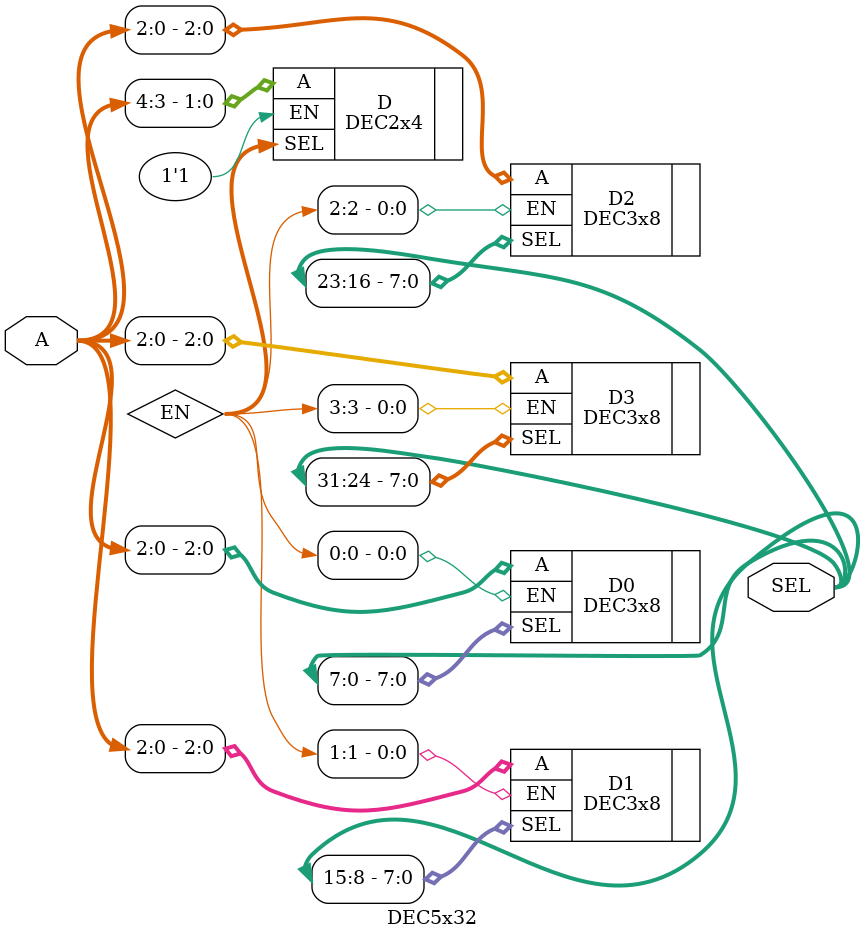
<source format=v>
/* 
	DFFRFile
	32x32 Register File with 2RW1W ports and clock gating for SKY130A 
	~ 3550 Cells
	< 2ns (no input or output delays)
*/
/*
    	Author: Mohamed Shalan (mshalan@aucegypt.edu)
*/

`timescale 1ns / 1ps
`default_nettype none

module DFFRFile (
	input [4:0] 	R1, R2, RW,
	input [31:0] 	DW,
	output [31:0]	D1, D2,
	input CLK,
	input WE
);

	wire [31:0] sel1, sel2, selw;

	DEC5x32 DEC0 ( .A(R1), .SEL(sel1) );
	DEC5x32 DEC1 ( .A(R2), .SEL(sel2) );
	DEC5x32 DEC2 ( .A(RW), .SEL(selw) );
	
	RFWORD0 RFW0 ( .CLK(CLK), .WE(), .SEL1(sel1[0]), .SEL2(sel2[0]), .SELW(), .D1(D1), .D2(D2), .DW() );	

	generate
		genvar e;
		for(e=1; e<32; e=e+1)
			RFWORD RFW ( .CLK(CLK), .WE(WE), .SEL1(sel1[e]), .SEL2(sel2[e]), .SELW(selw[e]), .D1(D1), .D2(D2), .DW(DW) );	
	endgenerate

endmodule
module RFWORD (
    input CLK,
    input WE,
    input SEL1, SEL2, SELW,
    output [31:0] D1, D2,
    input [31:0] DW
);

    wire [31:0]  q_wire;
    wire   we_wire;
    wire [3:0]   SEL1_B, SEL2_B;
    wire [3:0]  GCLK;

    sky130_fd_sc_hd__inv_2 INV1[3:0] (.Y(SEL1_B), .A(SEL1));
	sky130_fd_sc_hd__inv_2 INV2[3:0] (.Y(SEL2_B), .A(SEL2));

    sky130_fd_sc_hd__and2_1 CGAND ( .A(SELW), .B(WE), .X(we_wire) );
    sky130_fd_sc_hd__dlclkp_1 CG[3:0] ( .CLK(CLK), .GCLK(GCLK), .GATE(we_wire) );

    generate 
        genvar i;
        for(i=0; i<32; i=i+1) begin : BIT
            sky130_fd_sc_hd__dfxtp_1 FF ( .D(DW[i]), .Q(q_wire[i]), .CLK(GCLK[i/8]) );
            sky130_fd_sc_hd__ebufn_2 OBUF1 ( .A(q_wire[i]), .Z(D1[i]), .TE_B(SEL1_B[i/8]) );
			sky130_fd_sc_hd__ebufn_2 OBUF2 ( .A(q_wire[i]), .Z(D2[i]), .TE_B(SEL2_B[i/8]) );
        end
		
    endgenerate 
endmodule

module RFWORD0 (
    input CLK,
    input WE,
    input SEL1, SEL2, SELW,
    output [31:0] D1, D2,
    input [31:0] DW
);

    wire [31:0]  q_wire;
    wire   we_wire;
    wire [3:0]   SEL1_B, SEL2_B;
    wire [3:0]  GCLK;
	wire [1:0]	lo;

    sky130_fd_sc_hd__inv_2 INV1[3:0] (.Y(SEL1_B), .A(SEL1));
	sky130_fd_sc_hd__inv_2 INV2[3:0] (.Y(SEL2_B), .A(SEL2));

	sky130_fd_sc_hd__conb_1 TIE [1:0] (.LO(lo), .HI());

    //sky130_fd_sc_hd__and2_1 CGAND ( .A(SELW), .B(WE), .X(we_wire) );
    //sky130_fd_sc_hd__dlclkp_1 CG[3:0] ( .CLK(CLK), .GCLK(GCLK), .GATE(we_wire) );

    generate 
        genvar i;
        for(i=0; i<32; i=i+1) begin : BIT
            //sky130_fd_sc_hd__dfxtp_1 FF ( .D(DW[i]), .Q(q_wire[i]), .CLK(GCLK[i/8]) );
            sky130_fd_sc_hd__ebufn_2 OBUF1 ( .A(lo[0]), .Z(D1[i]), .TE_B(SEL1_B[i/8]) );
			sky130_fd_sc_hd__ebufn_2 OBUF2 ( .A(lo[1]), .Z(D2[i]), .TE_B(SEL2_B[i/8]) );
        end
		
    endgenerate 
endmodule

/*
module DEC2x4 (
    input           EN,
    input   [1:0]   A,
    output  [3:0]   SEL
);
    sky130_fd_sc_hd__nor3b_4    AND0 ( .Y(SEL[0]), .A(A[0]),   .B(A[1]), .C_N(EN) );
    sky130_fd_sc_hd__and3b_4    AND1 ( .X(SEL[1]), .A_N(A[1]), .B(A[0]), .C(EN) );
    sky130_fd_sc_hd__and3b_4    AND2 ( .X(SEL[2]), .A_N(A[0]), .B(A[1]), .C(EN) );
    sky130_fd_sc_hd__and3_4     AND3 ( .X(SEL[3]), .A(A[1]),   .B(A[0]), .C(EN) );
    
endmodule

module DEC3x8 (
    input           EN,
    input [2:0]     A,
    output [7:0]    SEL
);
    sky130_fd_sc_hd__nor4b_2   AND0 ( .Y(SEL[0])  , .A(A[0]), .B(A[1])  , .C(A[2]), .D_N(EN) ); // 000
    sky130_fd_sc_hd__and4bb_2   AND1 ( .X(SEL[1])  , .A_N(A[2]), .B_N(A[1]), .C(A[0])  , .D(EN) ); // 001
    sky130_fd_sc_hd__and4bb_2   AND2 ( .X(SEL[2])  , .A_N(A[2]), .B_N(A[0]), .C(A[1])  , .D(EN) ); // 010
    sky130_fd_sc_hd__and4b_2    AND3 ( .X(SEL[3])  , .A_N(A[2]), .B(A[1]), .C(A[0])  , .D(EN) );   // 011
    sky130_fd_sc_hd__and4bb_2   AND4 ( .X(SEL[4])  , .A_N(A[0]), .B_N(A[1]), .C(A[2])  , .D(EN) ); // 100
    sky130_fd_sc_hd__and4b_2    AND5 ( .X(SEL[5])  , .A_N(A[1]), .B(A[0]), .C(A[2])  , .D(EN) );   // 101
    sky130_fd_sc_hd__and4b_2    AND6 ( .X(SEL[6])  , .A_N(A[0]), .B(A[1]), .C(A[2])  , .D(EN) );   // 110
    sky130_fd_sc_hd__and4_2     AND7 ( .X(SEL[7])  , .A(A[0]), .B(A[1]), .C(A[2])  , .D(EN) ); // 111
endmodule
*/

module DEC5x32 (
    input   [4:0]   A,
    output  [31:0]   SEL
);
	wire [3:0] EN;
	DEC3x8 D0 ( .A(A[2:0]), .SEL(SEL[7:0]), .EN(EN[0]) );
	DEC3x8 D1 ( .A(A[2:0]), .SEL(SEL[15:8]), .EN(EN[1]) );
	DEC3x8 D2 ( .A(A[2:0]), .SEL(SEL[23:16]), .EN(EN[2]) );
	DEC3x8 D3 ( .A(A[2:0]), .SEL(SEL[31:24]), .EN(EN[3]) );

	DEC2x4 D ( .A(A[4:3]), .SEL(EN), .EN(1'b1) );
endmodule

</source>
